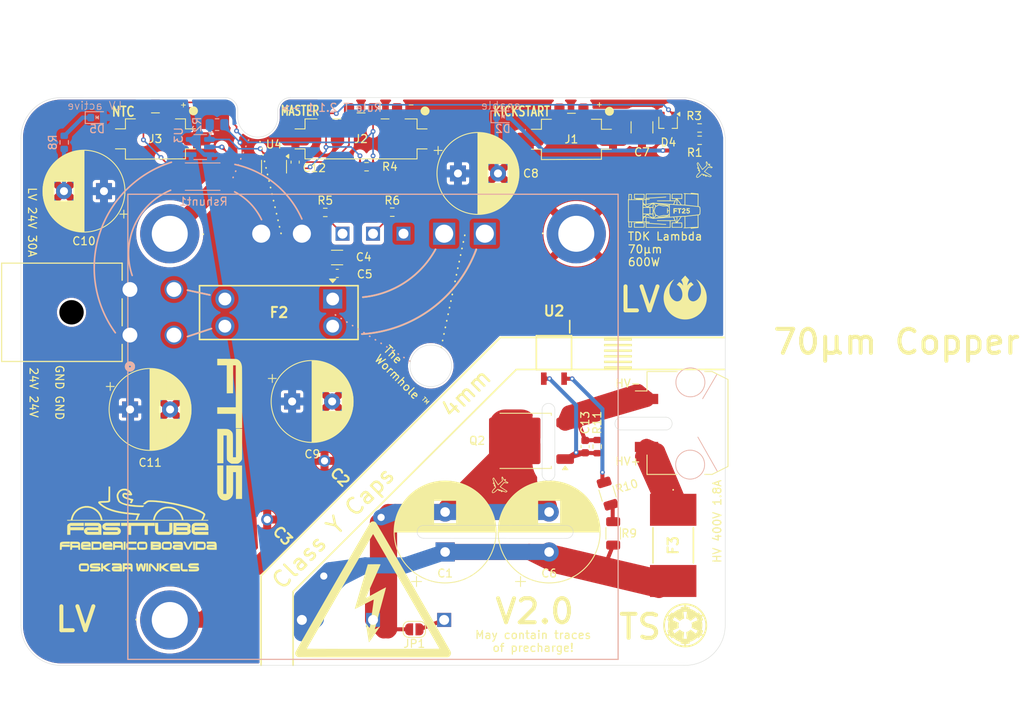
<source format=kicad_pcb>
(kicad_pcb
	(version 20241229)
	(generator "pcbnew")
	(generator_version "9.0")
	(general
		(thickness 1.67)
		(legacy_teardrops no)
	)
	(paper "A4")
	(layers
		(0 "F.Cu" mixed)
		(2 "B.Cu" mixed)
		(9 "F.Adhes" user "F.Adhesive")
		(11 "B.Adhes" user "B.Adhesive")
		(13 "F.Paste" user)
		(15 "B.Paste" user)
		(5 "F.SilkS" user "F.Silkscreen")
		(7 "B.SilkS" user "B.Silkscreen")
		(1 "F.Mask" user)
		(3 "B.Mask" user)
		(17 "Dwgs.User" user "User.Drawings")
		(19 "Cmts.User" user "User.Comments")
		(21 "Eco1.User" user "User.Eco1")
		(23 "Eco2.User" user "User.Eco2")
		(25 "Edge.Cuts" user)
		(27 "Margin" user)
		(31 "F.CrtYd" user "F.Courtyard")
		(29 "B.CrtYd" user "B.Courtyard")
		(35 "F.Fab" user)
		(33 "B.Fab" user)
		(39 "User.1" user)
		(41 "User.2" user)
		(43 "User.3" user)
		(45 "User.4" user)
		(47 "User.5" user)
		(49 "User.6" user)
		(51 "User.7" user)
		(53 "User.8" user)
		(55 "User.9" user)
	)
	(setup
		(stackup
			(layer "F.SilkS"
				(type "Top Silk Screen")
			)
			(layer "F.Paste"
				(type "Top Solder Paste")
			)
			(layer "F.Mask"
				(type "Top Solder Mask")
				(thickness 0.01)
			)
			(layer "F.Cu"
				(type "copper")
				(thickness 0.07)
			)
			(layer "dielectric 1"
				(type "core")
				(thickness 1.51)
				(material "FR4")
				(epsilon_r 4.5)
				(loss_tangent 0.02)
			)
			(layer "B.Cu"
				(type "copper")
				(thickness 0.07)
			)
			(layer "B.Mask"
				(type "Bottom Solder Mask")
				(thickness 0.01)
			)
			(layer "B.Paste"
				(type "Bottom Solder Paste")
			)
			(layer "B.SilkS"
				(type "Bottom Silk Screen")
			)
			(copper_finish "None")
			(dielectric_constraints no)
		)
		(pad_to_mask_clearance 0)
		(allow_soldermask_bridges_in_footprints no)
		(tenting front back)
		(pcbplotparams
			(layerselection 0x00000000_00000000_55555555_5755f5ff)
			(plot_on_all_layers_selection 0x00000000_00000000_00000000_00000000)
			(disableapertmacros no)
			(usegerberextensions no)
			(usegerberattributes yes)
			(usegerberadvancedattributes yes)
			(creategerberjobfile no)
			(dashed_line_dash_ratio 12.000000)
			(dashed_line_gap_ratio 3.000000)
			(svgprecision 4)
			(plotframeref no)
			(mode 1)
			(useauxorigin yes)
			(hpglpennumber 1)
			(hpglpenspeed 20)
			(hpglpendiameter 15.000000)
			(pdf_front_fp_property_popups yes)
			(pdf_back_fp_property_popups yes)
			(pdf_metadata yes)
			(pdf_single_document no)
			(dxfpolygonmode yes)
			(dxfimperialunits yes)
			(dxfusepcbnewfont yes)
			(psnegative no)
			(psa4output no)
			(plot_black_and_white yes)
			(plotinvisibletext no)
			(sketchpadsonfab no)
			(plotpadnumbers no)
			(hidednponfab no)
			(sketchdnponfab yes)
			(crossoutdnponfab yes)
			(subtractmaskfromsilk yes)
			(outputformat 1)
			(mirror no)
			(drillshape 0)
			(scaleselection 1)
			(outputdirectory "gerber/")
		)
	)
	(net 0 "")
	(net 1 "/-VIN")
	(net 2 "GND")
	(net 3 "Net-(D4-Pad3)")
	(net 4 "/+VIN")
	(net 5 "+3V3")
	(net 6 "/LV+")
	(net 7 "/3V_buttoncell")
	(net 8 "/TEMP_TSDCDC")
	(net 9 "/HV-in")
	(net 10 "/LV-")
	(net 11 "/LV_I_measure")
	(net 12 "/I_meas_weak")
	(net 13 "Net-(U1-+S)")
	(net 14 "Net-(D2-A)")
	(net 15 "Net-(D5-K)")
	(net 16 "/Vout+")
	(net 17 "Net-(R3-Pad2)")
	(net 18 "Net-(U1-TRM)")
	(net 19 "/HV+in")
	(net 20 "/Enable_G")
	(net 21 "/Enable_Opto")
	(net 22 "Net-(JP1-A)")
	(net 23 "Net-(R10-Pad2)")
	(footprint "Capacitor_SMD:C_1210_3225Metric" (layer "F.Cu") (at 177.6 64.721001 -90))
	(footprint "Resistor_SMD:R_0603_1608Metric" (layer "F.Cu") (at 184.8 64.8))
	(footprint "footprints:airplane" (layer "F.Cu") (at 159.72 109.58 135))
	(footprint "Capacitor_SMD:C_0603_1608Metric" (layer "F.Cu") (at 170.5 104.6475 90))
	(footprint "footprints:VY1471M29Y5UC63V0" (layer "F.Cu") (at 130.766058 113.762876 -45))
	(footprint "footprints:rebellion" (layer "F.Cu") (at 183 86))
	(footprint "FaSTTUBe_connectors:Micro_Mate-N-Lok_2p_vertical" (layer "F.Cu") (at 168.783 66.21))
	(footprint "Capacitor_THT:CP_Radial_D12.5mm_P5.00mm" (layer "F.Cu") (at 153 117.823959 90))
	(footprint "Capacitor_THT:CP_Radial_D10.0mm_P5.00mm" (layer "F.Cu") (at 110.367678 72.7 180))
	(footprint "footprints:9775031360R" (layer "F.Cu") (at 118.59 78.03 180))
	(footprint "Package_TO_SOT_SMD:TO-252-2" (layer "F.Cu") (at 162.96 103.9275 180))
	(footprint "LOGO"
		(layer "F.Cu")
		(uuid "36ea3436-548e-4414-bac1-a7348850c228")
		(at 180.33 75.14)
		(property "Reference" "G***"
			(at 0 0 0)
			(layer "F.SilkS")
			(hide yes)
			(uuid "f973503b-fa37-47d9-b20f-d30676bb0e6c")
			(effects
				(font
					(size 1.5 1.5)
					(thickness 0.3)
				)
			)
		)
		(property "Value" "LOGO"
			(at 0.75 0 0)
			(layer "F.SilkS")
			(hide yes)
			(uuid "6387be7f-2b16-465c-8f89-140f5aa812b4")
			(effects
				(font
					(size 1.5 1.5)
					(thickness 0.3)
				)
			)
		)
		(property "Datasheet" ""
			(at 0 0 0)
			(layer "F.Fab")
			(hide yes)
			(uuid "41393a24-4ba8-4af2-84c5-5556a5cd9241")
			(effects
				(font
					(size 1.27 1.27)
					(thickness 0.15)
				)
			)
		)
		(property "Description" ""
			(at 0 0 0)
			(layer "F.Fab")
			(hide yes)
			(uuid "47d9374d-4d87-4be0-875b-3451ee135b5f")
			(effects
				(font
					(size 1.27 1.27)
					(thickness 0.15)
				)
			)
		)
		(attr board_only exclude_from_pos_files exclude_from_bom)
		(fp_poly
			(pts
				(xy 2.210106 -0.240934) (xy 2.210106 -0.176067) (xy 2.115122 -0.176067) (xy 2.020138 -0.176067)
				(xy 2.020138 0.088034) (xy 2.020138 0.352134) (xy 1.948322 0.352134) (xy 1.876505 0.352134) (xy 1.876505 0.088034)
				(xy 1.876505 -0.176067) (xy 1.781521 -0.176067) (xy 1.686538 -0.176067) (xy 1.686538 -0.240935)
				(xy 1.686537 -0.305801) (xy 1.948322 -0.305801) (xy 2.210106 -0.305801)
			)
			(stroke
				(width 0)
				(type solid)
			)
			(fill yes)
			(layer "F.SilkS")
			(uuid "7df8e5e8-4ee8-444f-be4a-2fc6df64b466")
		)
		(fp_poly
			(pts
				(xy 1.644837 -0.238617) (xy 1.644837 -0.171435) (xy 1.49657 -0.171434) (xy 1.348303 -0.171434) (xy 1.348303 -0.10425)
				(xy 1.348303 -0.037067) (xy 1.484987 -0.037067) (xy 1.621671 -0.037067) (xy 1.621671 0.030116) (xy 1.621671 0.0973)
				(xy 1.484987 0.0973) (xy 1.348303 0.0973) (xy 1.348303 0.224717) (xy 1.348303 0.352134) (xy 1.27417 0.352134)
				(xy 1.200036 0.352134) (xy 1.200036 0.023167) (xy 1.200037 -0.305801) (xy 1.422437 -0.305801) (xy 1.644836 -0.305801)
			)
			(stroke
				(width 0)
				(type solid)
			)
			(fill yes)
			(layer "F.SilkS")
			(uuid "79488fa3-17fb-4e16-b5f3-2b64540a352f")
		)
		(fp_poly
			(pts
				(xy 2.532179 -0.312678) (xy 2.576155 -0.304473) (xy 2.614922 -0.2894) (xy 2.648 -0.267744) (xy 2.67491 -0.239793)
				(xy 2.695172 -0.205832) (xy 2.704208 -0.181813) (xy 2.708716 -0.159076) (xy 2.7108 -0.130942) (xy 2.71048 -0.100955)
				(xy 2.707773 -0.072656) (xy 2.703574 -0.052464) (xy 2.698715 -0.037255) (xy 2.692926 -0.02316) (xy 2.685517 -0.009402)
				(xy 2.675798 0.004797) (xy 2.663078 0.020215) (xy 2.646666 0.037632) (xy 2.625872 0.057823) (xy 2.600005 0.081568)
				(xy 2.568374 0.109644) (xy 2.53029 0.142829) (xy 2.529931 0.14314) (xy 2.430439 0.229351) (xy 2.575106 0.230575)
				(xy 2.719774 0.231799) (xy 2.719774 0.291967) (xy 2.719774 0.352134) (xy 2.490308 0.352134) (xy 2.260843 0.352134)
				(xy 2.262116 0.277056) (xy 2.263389 0.201979) (xy 2.356056 0.119177) (xy 2.402943 0.077122) (xy 2.443117 0.04073)
				(xy 2.476929 0.009665) (xy 2.504727 -0.016408) (xy 2.526863 -0.037827) (xy 2.543685 -0.054929) (xy 2.555544 -0.06805)
				(xy 2.562789 -0.077524) (xy 2.565176 -0.081851) (xy 2.5716 -0.10729) (xy 2.569746 -0.130812) (xy 2.56056 -0.15134)
				(xy 2.544994 -0.167801) (xy 2.523994 -0.179121) (xy 2.49851 -0.184225) (xy 2.475724 -0.18314) (xy 2.452963 -0.175273)
				(xy 2.433454 -0.159912) (xy 2.418912 -0.1387) (xy 2.413064 -0.123046) (xy 2.407173 -0.101018) (xy 2.367714 -0.103927)
				(xy 2.344598 -0.10571) (xy 2.320508 -0.107692) (xy 2.30031 -0.109471) (xy 2.298702 -0.109622) (xy 2.269145 -0.112408)
				(xy 2.272093 -0.14061) (xy 2.280459 -0.177948) (xy 2.296913 -0.213524) (xy 2.320278 -0.245457) (xy 2.349375 -0.271863)
				(xy 2.357833 -0.277654) (xy 2.388158 -0.29404) (xy 2.420755 -0.305158) (xy 2.458064 -0.31171) (xy 2.483473 -0.313727)
			)
			(stroke
				(width 0)
				(type solid)
			)
			(fill yes)
			(layer "F.SilkS")
			(uuid "c06ae400-d6b0-4739-b2a0-6d35249e5efc")
		)
		(fp_poly
			(pts
				(xy 3.243342 -0.245567) (xy 3.243342 -0.185334) (xy 3.111291 -0.185334) (xy 2.979241 -0.185333)
				(xy 2.979241 -0.135525) (xy 2.979241 -0.085718) (xy 3.035999 -0.085703) (xy 3.075658 -0.084189)
				(xy 3.108746 -0.079239) (xy 3.137528 -0.070212) (xy 3.16427 -0.05647) (xy 3.181956 -0.044466) (xy 3.203555 -0.026318)
				(xy 3.221029 -0.006004) (xy 3.236416 0.019128) (xy 3.246178 0.039116) (xy 3.254238 0.063529) (xy 3.259574 0.09369)
				(xy 3.261941 0.126422) (xy 3.261098 0.158544) (xy 3.257324 0.184609) (xy 3.244399 0.223685) (xy 3.224208 0.260227)
				(xy 3.198098 0.292412) (xy 3.167418 0.318418) (xy 3.150847 0.328502) (xy 3.111135 0.345164) (xy 3.066727 0.356095)
				(xy 3.020478 0.360938) (xy 2.975243 0.359334) (xy 2.945754 0.354196) (xy 2.903627 0.339619) (xy 2.867264 0.317857)
				(xy 2.836999 0.289211) (xy 2.813163 0.253981) (xy 2.79881 0.220868) (xy 2.79432 0.207035) (xy 2.791744 0.197519)
				(xy 2.791552 0.194601) (xy 2.796444 0.193609) (xy 2.808775 0.190877) (xy 2.826961 0.186759) (xy 2.849416 0.181613)
				(xy 2.863407 0.178384) (xy 2.887539 0.172819) (xy 2.908262 0.168078) (xy 2.924002 0.164518) (xy 2.933186 0.162495)
				(xy 2.934883 0.162167) (xy 2.937199 0.166065) (xy 2.941475 0.175947) (xy 2.943919 0.182163) (xy 2.957618 0.206359)
				(xy 2.976856 0.224378) (xy 2.999977 0.235881) (xy 3.025322 0.240528) (xy 3.051235 0.23798) (xy 3.076057 0.227898)
				(xy 3.095075 0.213134) (xy 3.111612 0.190456) (xy 3.120769 0.164235) (xy 3.12262 0.136431) (xy 3.117245 0.108995)
				(xy 3.10472 0.083886) (xy 3.089275 0.066498) (xy 3.070671 0.05315) (xy 3.049056 0.043822) (xy 3.022749 0.038071)
				(xy 2.990066 0.035457) (xy 2.969974 0.03519) (xy 2.940708 0.035905) (xy 2.915232 0.038169) (xy 2.889963 0.042519)
				(xy 2.861313 0.04949) (xy 2.845988 0.053732) (xy 2.835519 0.056704) (xy 2.838042 -0.086323) (xy 2.838768 -0.123978)
				(xy 2.83959 -0.160526) (xy 2.840463 -0.194417) (xy 2.841344 -0.224098) (xy 2.842188 -0.248021) (xy 2.842954 -0.264633)
				(xy 2.843135 -0.267576) (xy 2.845706 -0.305801) (xy 3.044525 -0.305801) (xy 3.243342 -0.305801)
			)
			(stroke
				(width 0)
				(type solid)
			)
			(fill yes)
			(layer "F.SilkS")
			(uuid "5a963cb9-9510-4127-9f96-127e7c222fca")
		)
		(fp_poly
			(pts
				(xy 3.38727 -2.232811) (xy 3.40086 -2.231479) (xy 3.422092 -2.229358) (xy 3.450178 -2.22653) (xy 3.484329 -2.223073)
				(xy 3.523759 -2.219069) (xy 3.567678 -2.214599) (xy 3.615297 -2.209743) (xy 3.66583 -2.204582) (xy 3.718489 -2.199197)
				(xy 3.772484 -2.193667) (xy 3.827029 -2.188075) (xy 3.881335 -2.182501) (xy 3.934614 -2.177024)
				(xy 3.986077 -2.171727) (xy 4.034939 -2.166689) (xy 4.080407 -2.161992) (xy 4.121698 -2.157716)
				(xy 4.158021 -2.153941) (xy 4.188587 -2.150748) (xy 4.200017 -2.149547) (xy 4.234253 -2.145885)
				(xy 4.265408 -2.142435) (xy 4.292316 -2.139335) (xy 4.31381 -2.136726) (xy 4.328722 -2.134745) (xy 4.335885 -2.133532)
				(xy 4.336334 -2.133359) (xy 4.336533 -2.128574) (xy 4.336655 -2.115023) (xy 4.336705 -2.093209)
				(xy 4.336684 -2.063633) (xy 4.336595 -2.026795) (xy 4.33644 -1.983198) (xy 4.336223 -1.933343) (xy 4.335944 -1.877731)
				(xy 4.335608 -1.816864) (xy 4.335216 -1.751243) (xy 4.33477 -1.681369) (xy 4.334273 -1.607743) (xy 4.333728 -1.530869)
				(xy 4.333136 -1.451244) (xy 4.332871 -1.416624) (xy 4.332241 -1.334602) (xy 4.331634 -1.254271)
				(xy 4.33105 -1.176204) (xy 4.330496 -1.10097) (xy 4.329976 -1.029142) (xy 4.329492 -0.961291) (xy 4.329052 -0.897987)
				(xy 4.328655 -0.839801) (xy 4.328308 -0.787305) (xy 4.328013 -0.741071) (xy 4.327776 -0.701668)
				(xy 4.327599 -0.669669) (xy 4.327487 -0.645643) (xy 4.327444 -0.630164) (xy 4.327444 -0.627586)
				(xy 4.327545 -0.55322) (xy 4.37377 -0.54809) (xy 4.419996 -0.542959) (xy 4.484971 -0.483626) (xy 4.505281 -0.464833)
				(xy 4.522986 -0.44798) (xy 4.537024 -0.434118) (xy 4.546333 -0.424295) (xy 4.54985 -0.419562) (xy 4.549855 -0.419489)
				(xy 4.550293 -0.414027) (xy 4.551582 -0.400285) (xy 4.55363 -0.379199) (xy 4.556344 -0.351708) (xy 4.55963 -0.31875)
				(xy 4.563396 -0.281261) (xy 4.567548 -0.240179) (xy 4.571355 -0.202709) (xy 4.592945 0.009267) (xy 4.571355 0.221242)
				(xy 4.566945 0.264663) (xy 4.562841 0.305296) (xy 4.559137 0.342206) (xy 4.555926 0.374453) (xy 4.553301 0.401102)
				(xy 4.551353 0.421213) (xy 4.550178 0.433849) (xy 4.549855 0.438022) (xy 4.546612 0.442512) (xy 4.537531 0.452137)
				(xy 4.523674 0.465847) (xy 4.506105 0.482593) (xy 4.485885 0.501324) (xy 4.484971 0.50216) (xy 4.419997 0.561493)
				(xy 4.373769 0.566623) (xy 4.327545 0.571753) (xy 4.327444 0.646119) (xy 4.327469 0.65926) (xy 4.327563 0.681097)
				(xy 4.327723 0.711058) (xy 4.327945 0.748571) (xy 4.328225 0.793067) (xy 4.328559 0.843974) (xy 4.328943 0.90072)
				(xy 4.329373 0.962734) (xy 4.329846 1.029446) (xy 4.330356 1.100286) (xy 4.330901 1.17468) (xy 4.331477 1.252059)
				(xy 4.332079 1.33185) (xy 4.332704 1.413485) (xy 4.332871 1.435157) (xy 4.333481 1.5158) (xy 4.334047 1.593906)
				(xy 4.334564 1.668978) (xy 4.335032 1.740512) (xy 4.335447 1.808006) (xy 4.335808 1.870958) (xy 4.336111 1.928869)
				(xy 4.336355 1.981237) (xy 4.336537 2.02756) (xy 4.336653 2.067337) (xy 4.336704 2.100067) (xy 4.336685 2.125248)
				(xy 4.336594 2.142379) (xy 4.336429 2.150958) (xy 4.336335 2.151893) (xy 4.331377 2.152884) (xy 4.318367 2.15468)
				(xy 4.298472 2.157138) (xy 4.272859 2.160123) (xy 4.242694 2.163495) (xy 4.209148 2.167117) (xy 4.200017 2.168082)
				(xy 4.172233 2.170992) (xy 4.138346 2.174521) (xy 4.099146 2.178586) (xy 4.055419 2.183108) (xy 4.007954 2.188005)
				(xy 3.957539 2.193199) (xy 3.904962 2.198607) (xy 3.851011 2.204148) (xy 3.796475 2.209742) (xy 3.742141 2.215309)
				(xy 3.688796 2.220768) (xy 3.63723 2.226037) (xy 3.588231 2.231037) (xy 3.542586 2.235687) (xy 3.501083 2.239906)
				(xy 3.464512 2.243614) (xy 3.433658 2.246729) (xy 3.409312 2.249172) (xy 3.39226 2.250859) (xy 3.383291 2.251715)
				(xy 3.382109 2.251806) (xy 3.380255 2.247528) (xy 3.378178 2.23608) (xy 3.376217 2.219545) (xy 3.37545 2.210835)
				(xy 3.3736 2.191763) (xy 3.371439 2.175942) (xy 3.369333 2.165869) (xy 3.368582 2.163999) (xy 3.368194 2.163123)
				(xy 3.367841 2.162336) (xy 3.367055 2.161657) (xy 3.365358 2.161104) (xy 3.362276 2.160697) (xy 3.357337 2.160453)
				(xy 3.350069 2.160392) (xy 3.339994 2.160532) (xy 3.32664 2.16089) (xy 3.309536 2.161487) (xy 3.288204 2.162341)
				(xy 3.26217 2.16347) (xy 3.230964 2.164892) (xy 3.19411 2.166627) (xy 3.151135 2.168692) (xy 3.101565 2.171107)
				(xy 3.044926 2.17389) (xy 2.980744 2.177059) (xy 2.908545 2.180634) (xy 2.827857 2.184632) (xy 2.773776 2.187311)
				(xy 2.723126 2.189773) (xy 2.675244 2.19201) (xy 2.630927 2.19399) (xy 2.590972 2.195683) (xy 2.556177 2.197057)
				(xy 2.52734 2.198081) (xy 2.505257 2.198724) (xy 2.490727 2.198954) (xy 2.484548 2.198738) (xy 2.484397 2.198675)
				(xy 2.482972 2.193086) (xy 2.4815 2.180449) (xy 2.480208 2.162975) (xy 2.479683 2.152716) (xy 2.477796 2.109587)
				(xy 2.502643 2.106603) (xy 2.520245 2.105084) (xy 2.542271 2.103995) (xy 2.563398 2.103579) (xy 2.599307 2.103539)
				(xy 2.599205 2.03983) (xy 2.599136 2.026958) (xy 2.59896 2.005475) (xy 2.598682 1.976034) (xy 2.598313 1.939289)
				(xy 2.597857 1.895895) (xy 2.597323 1.846507) (xy 2.596718 1.791777) (xy 2.596049 1.732363) (xy 2.595323 1.668916)
				(xy 2.594547 1.602089) (xy 2.593729 1.53254) (xy 2.592876 1.460921) (xy 2.592357 1.417804) (xy 2.591488 1.345622)
				(xy 2.590651 1.275356) (xy 2.589851 1.207638) (xy 2.589097 1.143098) (xy 2.588395 1.08237) (xy 2.587752 1.026085)
				(xy 2.587175 0.974875) (xy 2.586672 0.929372) (xy 2.58625 0.890208) (xy 2.585916 0.858015) (xy 2.585677 0.833425)
				(xy 2.585539 0.817069) (xy 2.585508 0.811266) (xy 2.585407 0.763045) (xy 2.477681 0.76615) (xy 2.420738 0.767807)
				(xy 2.372367 0.769264) (xy 2.331872 0.770562) (xy 2.298559 0.771745) (xy 2.271738 0.772854) (xy 2.250712 0.773931)
				(xy 2.234789 0.775018) (xy 2.223275 0.776158) (xy 2.215478 0.777392) (xy 2.210703 0.778764) (xy 2.208257 0.780313)
				(xy 2.207447 0.782084) (xy 2.207419 0.782564) (xy 2.204733 0.787317) (xy 2.196946 0.798996) (xy 2.184444 0.817061)
				(xy 2.167617 0.84097) (xy 2.146849 0.870183) (xy 2.122527 0.90416) (xy 2.09504 0.94236) (xy 2.064773 0.984242)
				(xy 2.032115 1.029266) (xy 1.99745 1.07689) (xy 1.961168 1.126575) (xy 1.960005 1.128165) (xy 1.923623 1.177986)
				(xy 1.888809 1.225823) (xy 1.855956 1.271128) (xy 1.825453 1.313354) (xy 1.797694 1.351955) (xy 1.773068 1.386383)
				(xy 1.751966 1.416092) (xy 1.734781 1.440534) (xy 1.721903 1.459162) (xy 1.713724 1.47143) (xy 1.710635 1.47679)
				(xy 1.710627 1.476824) (xy 1.708624 1.487304) (xy 2.003382 1.487304) (xy 2.298139 1.487304) (xy 2.298144 1.583446)
				(xy 2.298213 1.608384) (xy 2.298406 1.641116) (xy 2.29871 1.680174) (xy 2.299111 1.724089) (xy 2.299595 1.771389)
				(xy 2.300147 1.820606) (xy 2.300755 1.870268) (xy 2.301218 1.905463) (xy 2.304286 2.131339) (xy 1.647305 2.131339)
				(xy 0.990323 2.131339) (xy 0.993195 2.113964) (xy 0.993689 2.106417) (xy 0.994158 2.090423) (xy 0.994594 2.066805)
				(xy 0.99496 2.038672) (xy 1.08875 2.038672) (xy 1.647111 2.038672) (xy 2.205472 2.038672) (xy 2.205472 1.809321)
				(xy 2.205472 1.579971) (xy 1.656421 1.579199) (xy 1.585739 1.579096) (xy 1.517565 1.578991) (xy 1.452484 1.578885)
				(xy 1.391074 1.578779) (xy 1.333918 1.578675) (xy 1.281595 1.578571) (xy 1.234689 1.578472) (xy 1.193778 1.578378)
				(xy 1.159447 1.57829) (xy 1.132272 1.578209) (xy 1.112838 1.578137) (xy 1.101725 1.578074) (xy 1.099261 1.57804)
				(xy 1.097423 1.578408) (xy 1.095875 1.580202) (xy 1.094589 1.584173) (xy 1.093535 1.591074) (xy 1.092682 1.601656)
				(xy 1.091999 1.61667) (xy 1.091456 1.636869) (xy 1.091023 1.663004) (xy 1.090669 1.695827) (xy 1.090364 1.736087)
				(xy 1.090077 1.784539) (xy 1.089951 1.808163) (xy 1.08875 2.038672) (xy 0.99496 2.038672) (xy 0.99499 2.036382)
				(xy 0.995338 1.999975) (xy 0.995631 1.958404) (xy 0.995862 1.912492) (xy 0.996024 1.863057) (xy 0.996108 1.810921)
				(xy 0.996118 1.78963) (xy 0.996169 1.482671) (xy 1.242123 1.482671) (xy 1.291787 1.482595) (xy 1.337431 1.482378)
				(xy 1.378334 1.48203) (xy 1.413769 1.481564) (xy 1.443013 1.480992) (xy 1.465339 1.480327) (xy 1.480024 1.47958)
				(xy 1.486341 1.478764) (xy 1.486531 1.478558) (xy 1.484152 1.47334) (xy 1.478357 1.461039) (xy 1.469747 1.442919)
				(xy 1.458926 1.420247) (xy 1.446495 1.394288) (xy 1.441011 1.382862) (xy 1.397037 1.291279) (xy 1.283478 1.294298)
				(xy 1.249685 1.295057) (xy 1.208904 1.295746) (xy 1.163413 1.296342) (xy 1.11549 1.296818) (xy 1.067413 1.297151)
				(xy 1.021462 1.297314) (xy 1.006594 1.297327) (xy 0.843269 1.297337) (xy 0.843269 1.721288) (xy 0.843269 2.145239)
				(xy -0.708148 2.145239) (xy -2.259563 2.145239) (xy -2.262634 1.935978) (xy -2.263315 1.886185)
				(xy -2.263944 1.833688) (xy -2.264503 1.780411) (xy -2.264976 1.728276) (xy -2.265345 1.679207)
				(xy -2.265592 1.635127) (xy -2.265702 1.59796) (xy -2.265706 1.590794) (xy -2.265739 1.55167) (xy -2.265876 1.520834)
				(xy -2.266173 1.497306) (xy -2.266692 1.480108) (xy -2.26749 1.46826) (xy -2.268626 1.460783) (xy -2.270157 1.456697)
				(xy -2.272141 1.455025) (xy -2.273814 1.454766) (xy -2.280294 1.454537) (xy -2.294854 1.453935)
				(xy -2.316319 1.453013) (xy -2.343512 1.451821) (xy -2.37526 1.450411) (xy -2.410382 1.448834) (xy -2.43019 1.447939)
				(xy -2.468142 1.446262) (xy -2.504686 1.44473) (xy -2.538371 1.443397) (xy -2.567745 1.442318) (xy -2.591357 1.441547)
				(xy -2.607758 1.441142) (xy -2.612049 1.441093) (xy -2.64564 1.44097) (xy -2.64564 1.468771) (xy -2.645639 1.496571)
				(xy -2.525331 1.496571) (xy -2.405021 1.496571) (xy -2.403705 1.805846) (xy -2.403515 1.858546)
				(xy -2.403401 1.908502) (xy -2.40336 1.954946) (xy -2.40339 1.997109) (xy -2.403489 2.034222) (xy -2.403653 2.065515)
				(xy -2.403881 2.090221) (xy -2.404171 2.107569) (xy -2.404518 2.116791) (xy -2.404706 2.118106)
				(xy -2.409529 2.11848) (xy -2.423095 2.118886) (xy -2.44488 2.119321) (xy -2.474362 2.119778) (xy -2.511016 2.120253)
				(xy -2.554319 2.12074) (xy -2.603749 2.121235) (xy -2.658781 2.121732) (xy -2.718891 2.122227) (xy -2.783558 2.122715)
				(xy -2.852257 2.12319) (xy -2.924462 2.123648) (xy -2.999654 2.124083) (xy -3.0638 2.124423) (xy -3.720577 2.127757)
				(xy -3.720577 1.81448) (xy -3.720577 1.593871) (xy -3.62791 1.593871) (xy -3.62791 1.814711) (xy -3.62791 2.03555)
				(xy -3.411698 2.032478) (xy -3.369215 2.031948) (xy -3.31891 2.031448) (xy -3.262228 2.030984) (xy -3.200615 2.030565)
				(xy -3.135516 2.030198) (xy -3.068375 2.029891) (xy -3.000637 2.029653) (xy -2.933749 2.02949) (xy -2.869154 2.029412)
				(xy -2.846385 2.029405) (xy -2.497283 2.029405) (xy -2.498486 1.81048) (xy -2.49969 1.591554) (xy -2.537915 1.591676)
				(xy -2.547579 1.591701) (xy -2.565869 1.591743) (xy -2.592146 1.591801) (xy -2.62577 1.591872) (xy -2.666099 1.591957)
				(xy -2.712496 1.592053) (xy -2.764319 1.592159) (xy -2.820929 1.592274) (xy -2.881685 1.592396)
				(xy -2.945948 1.592525) (xy -3.013077 1.592659) (xy -3.082432 1.592796) (xy -3.102025 1.592834)
				(xy -3.62791 1.593871) (xy -3.720577 1.593871) (xy -3.720577 1.501204) (xy -3.654551 1.501183) (xy -3.624666 1.500936)
				(xy -3.592334 1.500279) (xy -3.561481 1.499312) (xy -3.536401 1.498158) (xy -3.484276 1.495155)
				(xy -3.484276 1.468063) (xy -3.484276 1.44097) (xy -3.740716 1.44097) (xy -3.997156 1.44097) (xy -4.000524 1.764101)
				(xy -4.001097 1.817922) (xy -4.001663 1.868962) (xy -4.002214 1.916476) (xy -4.002738 1.959718)
				(xy -4.003227 1.997942) (xy -4.00367 2.030405) (xy -4.004058 2.056359) (xy -4.004382 2.07506) (xy -4.004631 2.085762)
				(xy -4.004755 2.088096) (xy -4.009616 2.088576) (xy -4.02259 2.089168) (xy -4.042528 2.089847) (xy -4.068278 2.090589)
				(xy -4.098689 2.091373) (xy -4.132609 2.092176) (xy -4.168888 2.092974) (xy -4.206373 2.093745)
				(xy -4.243913 2.094466) (xy -4.28036 2.095114) (xy -4.314559 2.095667) (xy -4.34536 2.096101) (xy -4.371612 2.096393)
				(xy -4.392163 2.096521) (xy -4.405862 2.096463) (xy -4.411559 2.096194) (xy -4.41163 2.096166) (xy -4.412287 2.091243)
				(xy -4.412909 2.077802) (xy -4.413489 2.056593) (xy -4.414016 2.028365) (xy -4.414482 1.993867)
				(xy -4.414878 1.953848) (xy -4.415193 1.909058) (xy -4.415422 1.860246) (xy -4.415551 1.808161)
				(xy -4.415578 1.769665) (xy -4.415578 1.445919) (xy -4.322912 1.44592) (xy -4.322911 1.632667) (xy -4.32283 1.677998)
				(xy -4.322597 1.724363) (xy -4.322233 1.770035) (xy -4.321755 1.813286) (xy -4.321184 1.852391)
				(xy -4.320538 1.885623) (xy -4.319861 1.910511) (xy -4.31681 2.001605) (xy -4.27237 2.001588) (xy -4.250095 2.001348)
				(xy -4.222113 2.000707) (xy -4.191967 1.999762) (xy -4.163205 1.99861) (xy -4.162654 1.998585) (xy -4.09738 1.995599)
				(xy -4.094329 1.722449) (xy -4.093807 1.672987) (xy -4.093375 1.626306) (xy -4.093037 1.583227)
				(xy -4.092796 1.544568) (xy -4.092653 1.51115) (xy -4.092615 1.483793) (xy -4.092685 1.463316) (xy -4.092866 1.450539)
				(xy -4.09313 1.446294) (xy -4.09808 1.445515) (xy -4.111021 1.444917) (xy -4.130668 1.444519) (xy -4.155749 1.444338)
				(xy -4.184984 1.444394) (xy -4.208947 1.444604) (xy -4.322912 1.44592) (xy -4.415578 1.445919) (xy -4.415578 1.445604)
				(xy -4.44609 1.445604) (xy -4.476601 1.445603) (xy -4.472918 1.340195) (xy -4.472551 1.32484) (xy -4.472203 1.300703)
				(xy -4.471875 1.268271) (xy -4.471567 1.22803) (xy -4.471279 1.180464) (xy -4.47101 1.126058) (xy -4.470761 1.065302)
				(xy -4.470532 0.998677) (xy -4.470323 0.92667) (xy -4.470132 0.849767) (xy -4.469964 0.768454) (xy -4.469814 0.683216)
				(xy -4.469683 0.594538) (xy -4.469572 0.502907) (xy -4.469482 0.408808) (xy -4.469412 0.312726)
				(xy -4.469361 0.215146) (xy -4.469329 0.116557) (xy -4.469318 0.017441) (xy -4.469319 0.009267)
				(xy -4.376195 0.009267) (xy -4.376195 1.348304) (xy -3.921735 1.348303) (xy -3.84542 1.348265) (xy -3.763054 1.348156)
				(xy -3.676284 1.347978) (xy -3.586755 1.34774) (xy -3.496112 1.347448) (xy -3.4755 1.34737) (xy -2.566874 1.347369)
				(xy -2.510115 1.350271) (xy -2.485398 1.351507) (xy -2.454562 1.353009) (xy -2.420743 1.354622)
				(xy -2.387079 1.356201) (xy -2.369956 1.35699) (xy -2.342439 1.358262) (xy -2.317591 1.359435) (xy -2.297116 1.360426)
				(xy -2.28272 1.361153) (xy -2.27648 1.361507) (xy -2.266404 1.362204) (xy -2.268995 1.099261) (xy -2.269489 1.050816)
				(xy -2.269988 1.005216) (xy -2.270479 0.963292) (xy -2.270952 0.925869) (xy -2.271395 0.893779)
				(xy -2.271407 0.893007) (xy -2.176597 0.893007) (xy -2.176496 0.920555) (xy -2.176287 0.953996)
				(xy -2.175973 0.992488) (xy -2.175561 1.035186) (xy -2.175055 1.081248) (xy -2.174701 1.110891)
				(xy -2.17154 1.365972) (xy -2.129432 1.368977) (xy -2.067771 1.373609) (xy -2.010185 1.378392) (xy -1.957281 1.383255)
				(xy -1.909674 1.388125) (xy -1.867971 1.39293) (xy -1.832783 1.397595) (xy -1.80472 1.40205) (xy -1.784393 1.406223)
				(xy -1.772412 1.410037) (xy -1.769774 1.411753) (xy -1.769529 1.417538) (xy -1.771735 1.42998) (xy -1.775956 1.446925)
				(xy -1.778921 1.457187) (xy -1.785239 1.477077) (xy -1.790133 1.489488) (xy -1.794401 1.495928)
				(xy -1.798845 1.497914) (xy -1.800426 1.497857) (xy -1.808153 1.49683) (xy -1.823059 1.494741) (xy -1.843149 1.491874)
				(xy -1.866434 1.488511) (xy -1.871871 1.48772) (xy -1.897523 1.484335) (xy -1.929466 1.480654) (xy -1.964746 1.476986)
				(xy -2.000406 1.473642) (xy -2.027089 1.471419) (xy -2.057452 1.46905) (xy -2.086497 1.466764) (xy -2.112259 1.464717)
				(xy -2.132778 1.463064) (xy -2.146087 1.461962) (xy -2.146397 1.461935) (xy -2.173039 1.459646)
				(xy -2.173039 1.489692) (xy -2.172691 1.506113) (xy -2.171285 1.515262) (xy -2.168279 1.519122)
				(xy -2.164797 1.519737) (xy -2.158723 1.520031) (xy -2.144281 1.520874) (xy -2.12235 1.522213) (xy -2.093809 1.52399)
				(xy -2.059538 1.526152) (xy -2.020415 1.528643) (xy -1.977319 1.531407) (xy -1.93113 1.534389) (xy -1.906488 1.535988)
				(xy -1.854929 1.539338) (xy -1.80268 1.542728) (xy -1.751135 1.546071) (xy -1.701688 1.549275) (xy -1.655732 1.55225)
				(xy -1.614661 1.554907) (xy -1.579869 1.557154) (xy -1.552749 1.558901) (xy -1.549854 1.559087)
				(xy -1.519396 1.561047) (xy -1.481663 1.56348) (xy -1.438624 1.566258) (xy -1.392251 1.569254) (xy -1.344516 1.57234)
				(xy -1.297389 1.575391) (xy -1.264903 1.577495) (xy -1.217015 1.580596) (xy -1.16498 1.583963) (xy -1.111213 1.587439)
				(xy -1.058137 1.590868) (xy -1.008165 1.594093) (xy -0.963719 1.596959) (xy -0.942887 1.598301)
				(xy -0.897305 1.601236) (xy -0.845716 1.60456) (xy -0.791355 1.608063) (xy -0.737462 1.611537) (xy -0.687275 1.614773)
				(xy -0.655619 1.616816) (xy -0.610848 1.619703) (xy -0.559926 1.622982) (xy -0.505948 1.626455)
				(xy -0.452011 1.629924) (xy -0.401211 1.633186) (xy -0.363718 1.635592) (xy -0.328419 1.637861)
				(xy -0.285555 1.640625) (xy -0.236806 1.643776) (xy -0.183852 1.647202) (xy -0.128376 1.650799)
				(xy -0.072057 1.654455) (xy -0.016577 1.658062) (xy 0.031407 1.661186) (xy 0.078504 1.664246) (xy 0.122931 1.667115)
				(xy 0.163807 1.669738) (xy 0.200251 1.672059) (xy 0.231381 1.674022) (xy 0.256316 1.675572) (xy 0.274174 1.676652)
				(xy 0.284073 1.677206) (xy 0.285714 1.677271) (xy 0.289145 1.678355) (xy 0.291125 1.682707) (xy 0.291847 1.691981)
				(xy 0.291504 1.70783) (xy 0.290854 1.721421) (xy 0.289553 1.740799) (xy 0.287959 1.756543) (xy 0.286321 1.766454)
				(xy 0.285478 1.768637) (xy 0.280651 1.768608) (xy 0.266958 1.768) (xy 0.24478 1.766836) (xy 0.214499 1.765141)
				(xy 0.176497 1.762937) (xy 0.131153 1.76025) (xy 0.078851 1.757101) (xy 0.019972 1.753516) (xy -0.045106 1.749517)
				(xy -0.115998 1.745128) (xy -0.192324 1.740372) (xy -0.273703 1.735274) (xy -0.359753 1.729857)
				(xy -0.450093 1.724144) (xy -0.544342 1.718159) (xy -0.642118 1.711925) (xy -0.743041 1.705468)
				(xy -0.846728 1.698808) (xy -0.944155 1.692531) (xy -1.050013 1.6857) (xy -1.153439 1.679031) (xy -1.254052 1.67255)
				(xy -1.351472 1.666279) (xy -1.445319 1.660243) (xy -1.535212 1.654466) (xy -1.620772 1.648974)
				(xy -1.701618 1.643789) (xy -1.77737 1.638936) (xy -1.847648 1.634441) (xy -1.912071 1.630326) (xy -1.97026 1.626617)
				(xy -2.021834 1.623337) (xy -2.066412 1.620512) (xy -2.103615 1.618164) (xy -2.133063 1.61632) (xy -2.154375 1.615002)
				(xy -2.167171 1.614236) (xy -2.171095 1.614039) (xy -2.171128 1.618662) (xy -2.171074 1.631645)
				(xy -2.170943 1.652082) (xy -2.170742 1.679067) (xy -2.170476 1.711694) (xy -2.170155 1.749057)
				(xy -2.169782 1.790249) (xy -2.169374 1.833647) (xy -2.167282 2.052572) (xy -0.707684 2.052572)
				(xy 0.751913 2.052572) (xy 0.748501 1.676113) (xy 0.747965 1.617934) (xy 0.747438 1.562492) (xy 0.746927 1.510476)
				(xy 0.746439 1.462575) (xy 0.745982 1.419482) (xy 0.745565 1.381879) (xy 0.745193 1.350461) (xy 0.744876 1.325917)
				(xy 0.74462 1.308934) (xy 0.744433 1.300203) (xy 0.74437 1.299146) (xy 0.739738 1.29906) (xy 0.726314 1.298912)
				(xy 0.704572 1.298707) (xy 0.674985 1.29845) (xy 0.63803 1.298141) (xy 0.594179 1.297786) (xy 0.543907 1.297389)
				(xy 0.487688 1.296953) (xy 0.425996 1.296482) (xy 0.359306 1.295979) (xy 0.288092 1.295448) (xy 0.212828 1.294894)
				(xy 0.133988 1.294318) (xy 0.052047 1.293726) (xy -0.032522 1.293121) (xy -0.050967 1.292989) (xy -0.136082 1.292366)
				(xy -0.218697 1.291727) (xy -0.298338 1.291076) (xy -0.374525 1.29042) (xy -0.446785 1.289762) (xy -0.51464 1.289109)
				(xy -0.577615 1.288467) (xy -0.635234 1.287838) (xy -0.687017 1.287229) (xy -0.732492 1.286647)
				(xy -0.771182 1.286094) (xy -0.80261 1.285578) (xy -0.8263 1.285103) (xy -0.841774 1.284674) (xy -0.848559 1.284296)
				(xy -0.848834 1.284224) (xy -0.849966 1.278521) (xy -0.850313 1.265798) (xy -0.849853 1.248265)
				(xy -0.849272 1.23771) (xy -0.84646 1.194313) (xy -0.241371 1.198332) (xy -0.165921 1.198806) (xy -0.087571 1.199245)
				(xy -0.006827 1.199647) (xy 0.075804 1.200015) (xy 0.159817 1.200345) (xy 0.244705 1.200641) (xy 0.329962 1.2009)
				(xy 0.415083 1.201123) (xy 0.49956 1.201308) (xy 0.582888 1.201456) (xy 0.664561 1.201569) (xy 0.744073 1.201645)
				(xy 0.820918 1.20168) (xy 0.894589 1.201678) (xy 0.964581 1.20164) (xy 1.030387 1.201562) (xy 1.091501 1.201446)
				(xy 1.147417 1.20129) (xy 1.19763 1.201096) (xy 1.241632 1.200862) (xy 1.278919 1.200589) (xy 1.308983 1.200276)
				(xy 1.331319 1.199923) (xy 1.34542 1.19953) (xy 1.35078 1.199096) (xy 1.350806 1.199078) (xy 1.349214 1.19475)
				(xy 1.344123 1.183101) (xy 1.336024 1.165174) (xy 1.325408 1.142014) (xy 1.312764 1.114663) (xy 1.298583 1.084164)
				(xy 1.283355 1.051563) (xy 1.26757 1.0179) (xy 1.251718 0.984222) (xy 1.23629 0.951571) (xy 1.221776 0.920988)
				(xy 1.208665 0.893521) (xy 1.197449 0.87021) (xy 1.188618 0.852101) (xy 1.18266 0.840235) (xy 1.180095 0.835685)
				(xy 1.175226 0.835695) (xy 1.161554 0.836353) (xy 1.139522 0.83763) (xy 1.10957 0.839495) (xy 1.07214 0.84192)
				(xy 1.027672 0.844876) (xy 0.976607 0.848331) (xy 0.919386 0.852257) (xy 0.85645 0.856627) (xy 0.788239 0.861409)
				(xy 0.715194 0.866573) (xy 0.685735 0.868667) (xy 0.663095 0.870269) (xy 0.632355 0.872428) (xy 0.594658 0.875065)
				(xy 0.551149 0.8781) (xy 0.502971 0.881454) (xy 0.451269 0.885047) (xy 0.397186 0.888799) (xy 0.341867 0.89263)
				(xy 0.286456 0.896461) (xy 0.284951 0.896566) (xy 0.176937 0.90403) (xy 0.077696 0.910891) (xy -0.013246 0.917182)
				(xy -0.09636 0.922935) (xy -0.172119 0.928184) (xy -0.240997 0.932962) (xy -0.303464 0.9373) (xy -0.359995 0.941234)
				(xy -0.411061 0.944794) (xy -0.457135 0.948013) (xy -0.49869 0.950924) (xy -0.536198 0.953561) (xy -0.549051 0.954467)
				(xy -0.578891 0.956562) (xy -0.616558 0.95919) (xy -0.660642 0.962254) (xy -0.709728 0.965655) (xy -0.7624 0.969296)
				(xy -0.817245 0.973079) (xy -0.872847 0.976906) (xy -0.927792 0.980679) (xy -0.949836 0.98219) (xy -1.01286 0.986511)
				(xy -1.067275 0.990257) (xy -1.113708 0.993486) (xy -1.152795 0.996259) (xy -1.185167 0.998635)
				(xy -1.211458 1.000672) (xy -1.232301 1.002429) (xy -1.248327 1.003966) (xy -1.26017 1.005342) (xy -1.268462 1.006617)
				(xy -1.273837 1.007848) (xy -1.276926 1.009095) (xy -1.278363 1.010417) (xy -1.27878 1.011874) (xy -1.278804 1.012926)
				(xy -1.282603 1.018344) (xy -1.286912 1.019325) (xy -1.292531 1.018476) (xy -1.306619 1.016012)
				(xy -1.328539 1.012051) (xy -1.357656 1.006711) (xy -1.393335 1.000111) (xy -1.434941 0.992369)
				(xy -1.481838 0.983603) (xy -1.533392 0.973932) (xy -1.588967 0.963474) (xy -1.647926 0.952347)
				(xy -1.709637 0.94067) (xy -1.734781 0.935903) (xy -1.797241 0.924076) (xy -1.857088 0.912784) (xy -1.913699 0.902139)
				(xy -1.953465 0.894691) (xy -1.182718 0.894691) (xy -1.181463 0.896526) (xy -1.178384 0.896375)
				(xy -1.172445 0.895435) (xy -1.157826 0.893191) (xy -1.135011 0.889716) (xy -1.104486 0.885085)
				(xy -1.066734 0.879368) (xy -1.022239 0.87264) (xy -0.971486 0.864975) (xy -0.914959 0.856444) (xy -0.853143 0.847121)
				(xy -0.786521 0.837079) (xy -0.736248 0.829506) (xy 1.283437 0.829506) (xy 1.285371 0.83409) (xy 1.290948 0.846313)
				(xy 1.299823 0.865444) (xy 1.311656 0.890755) (xy 1.326103 0.921518) (xy 1.342822 0.957002) (xy 1.361471 0.99648)
				(xy 1.381708 1.039222) (xy 1.403189 1.0845) (xy 1.404312 1.086863) (xy 1.426648 1.133895) (xy 1.448401 1.179705)
				(xy 1.46914 1.223387) (xy 1.488433 1.264033) (xy 1.50585 1.300734) (xy 1.52096 1.332582) (xy 1.53333 1.358667)
				(xy 1.542531 1.378082) (xy 1.547623 1.388845) (xy 1.556963 1.407744) (xy 1.565324 1.423077) (xy 1.571732 1.433155)
				(xy 1.575015 1.436337) (xy 1.580188 1.435472) (xy 1.580479 1.435179) (xy 1.580745 1.430338) (xy 1.581201 1.417174)
				(xy 1.581825 1.396605) (xy 1.582595 1.369556) (xy 1.58344 1.338627) (xy 1.677952 1.338627) (xy 1.678207 1.349718)
				(xy 1.678783 1.352937) (xy 1.681828 1.348916) (xy 1.689917 1.337994) (xy 1.702623 1.320751) (xy 1.719521 1.297767)
				(xy 1.740185 1.269622) (xy 1.764191 1.236896) (xy 1.791111 1.200169) (xy 1.820521 1.160021) (xy 1.851995 1.117032)
				(xy 1.885108 1.071782) (xy 1.889579 1.065669) (xy 1.9228 1.020219) (xy 1.954356 0.976973) (xy 1.983829 0.936509)
				(xy 2.010802 0.899402) (xy 2.034857 0.866229) (xy 2.055579 0.837567) (xy 2.072549 0.813991) (xy 2.085351 0.796077)
				(xy 2.093565 0.784403) (xy 2.096777 0.779544) (xy 2.096803 0.77944) (xy 2.092053 0.779288) (xy 2.079195 0.779455)
				(xy 2.059383 0.779902) (xy 2.033769 0.780591) (xy 2.003504 0.78148) (xy 1.969743 0.782532) (xy 1.933637 0.783705)
				(xy 1.896338 0.784961) (xy 1.859 0.786261) (xy 1.822775 0.787565) (xy 1.788815 0.788832) (xy 1.758272 0.790024)
				(xy 1.7323 0.791103) (xy 1.712051 0.792025) (xy 1.698677 0.792754) (xy 1.693331 0.79325) (xy 1.693288 0.793274)
				(xy 1.692863 0.798069) (xy 1.692256 0.811168) (xy 1.691498 0.83161) (xy 1.690619 0.858433) (xy 1.68965 0.890677)
				(xy 1.688622 0.92738) (xy 1.687565 0.967583) (xy 1.686964 0.991606) (xy 1.685818 1.037429) (xy 1.684622 1.083742)
				(xy 1.683421 1.128973) (xy 1.682258 1.171551) (xy 1.681174 1.209907) (xy 1.680215 1.242468) (xy 1.67942 1.267665)
				(xy 1.679281 1.271853) (xy 1.678498 1.298287) (xy 1.678052 1.321014) (xy 1.677952 1.338627) (xy 1.58344 1.338627)
				(xy 1.583486 1.336946) (xy 1.584477 1.299698) (xy 1.585544 1.258732) (xy 1.586665 1.214971) (xy 1.587817 1.169336)
				(xy 1.588978 1.122747) (xy 1.590124 1.076128) (xy 1.591233 1.030398) (xy 1.592282 0.98648) (xy 1.593248 0.945295)
				(xy 1.594108 0.907765) (xy 1.594839 0.874811) (xy 1.59542 0.847353) (xy 1.595825 0.826315) (xy 1.596035 0.812617)
				(xy 1.596025 0.807181) (xy 1.596013 0.807129) (xy 1.591202 0.806917) (xy 1.578503 0.807354) (xy 1.559214 0.808346)
				(xy 1.534635 0.809802) (xy 1.506062 0.811628) (xy 1.474798 0.813732) (xy 1.442139 0.816019) (xy 1.409386 0.818398)
				(xy 1.377836 0.820775) (xy 1.348789 0.823057) (xy 1.323544 0.825151) (xy 1.303399 0.826965) (xy 1.289654 0.828405)
				(xy 1.283607 0.829379) (xy 1.283437 0.829506) (xy -0.736248 0.829506) (xy -0.715578 0.826391) (xy -0.714841 0.82628)
				(xy -0.081856 0.82628) (xy -0.08122 0.829034) (xy -0.078767 0.829369) (xy -0.074953 0.827674) (xy -0.075678 0.82628)
				(xy -0.081177 0.825725) (xy -0.081856 0.82628) (xy -0.714841 0.82628) (xy -0.698092 0.823757) (xy -0.055333 0.823758)
				(xy -0.054628 0.823962) (xy -0.053461 0.824142) (xy -0.053284 0.824173) (xy -0.048025 0.823996)
				(xy -0.034245 0.823225) (xy -0.012669 0.821909) (xy 0.01598 0.820095) (xy 0.050977 0.817829) (xy 0.0916 0.81516)
				(xy 0.137123 0.812133) (xy 0.186823 0.808798) (xy 0.239976 0.8052) (xy 0.295858 0.801388) (xy 0.301167 0.801024)
				(xy 0.35717 0.797173) (xy 0.410437 0.793485) (xy 0.460255 0.790012) (xy 0.505907 0.786803) (xy 0.546678 0.783911)
				(xy 0.581854 0.781386) (xy 0.610719 0.779279) (xy 0.632557 0.777641) (xy 0.646656 0.776524) (xy 0.652295 0.775979)
				(xy 0.652368 0.775957) (xy 0.652881 0.771144) (xy 0.652861 0.75965) (xy 0.652367 0.745275) (xy 0.650985 0.715685)
				(xy 0.308117 0.767524) (xy 0.241453 0.777602) (xy 0.18337 0.786385) (xy 0.13329 0.793962) (xy 0.090632 0.800424)
				(xy 0.054816 0.805864) (xy 0.025264 0.81037) (xy 0.001391 0.814035) (xy -0.017378 0.816949) (xy -0.031626 0.819203)
				(xy -0.041931 0.820888) (xy -0.048874 0.822095) (xy -0.053036 0.822915) (xy -0.054995 0.823439)
				(xy -0.055333 0.823758) (xy -0.698092 0.823757) (xy -0.640798 0.815131) (xy -0.562666 0.803369)
				(xy -0.481666 0.791184) (xy -0.398281 0.778643) (xy -0.396152 0.778323) (xy -0.312822 0.765789)
				(xy -0.231929 0.753612) (xy -0.153952 0.741866) (xy -0.07937 0.730622) (xy -0.008663 0.719953) (xy 0.057691 0.709931)
				(xy 0.119212 0.70063) (xy 0.175421 0.692122) (xy 0.225839 0.684478) (xy 0.269988 0.677773) (xy 0.307385 0.672078)
				(xy 0.337554 0.667466) (xy 0.360016 0.664009) (xy 0.37429 0.66178) (xy 0.379898 0.660851) (xy 0.379933 0.660843)
				(xy 0.379681 0.659793) (xy 0.371923 0.658943) (xy 0.361401 0.658553) (xy 0.351224 0.658321) (xy 0.332934 0.657854)
				(xy 0.307679 0.657181) (xy 0.276607 0.656335) (xy 0.24087 0.655346) (xy 0.201615 0.654247) (xy 0.159991 0.653069)
				(xy 0.14595 0.652668) (xy -0.035966 0.647471) (xy 0.463161 0.647471) (xy 0.464457 0.648002) (xy 0.468971 0.6478)
				(xy 0.477786 0.646748) (xy 0.491989 0.644728) (xy 0.51266 0.641622) (xy 0.540888 0.637315) (xy 0.557558 0.634768)
				(xy 0.585496 0.63052) (xy 0.610203 0.626796) (xy 0.630254 0.623808) (xy 0.644228 0.621767) (xy 0.650701 0.620886)
				(xy 0.65095 0.620868) (xy 0.651895 0.616547) (xy 0.652659 0.604829) (xy 0.653155 0.587586) (xy 0.653302 0.569902)
				(xy 0.653116 0.549421) (xy 0.652612 0.532869) (xy 0.651873 0.522117) (xy 0.651112 0.518935) (xy 0.646895 0.521416)
				(xy 0.636334 0.528274) (xy 0.620721 0.538634) (xy 0.601344 0.551622) (xy 0.579495 0.566359) (xy 0.556463 0.58197)
				(xy 0.533539 0.59758) (xy 0.512012 0.612312) (xy 0.493174 0.625292) (xy 0.478313 0.635642) (xy 0.468721 0.642488)
				(xy 0.465883 0.644679) (xy 0.463998 0.646325) (xy 0.463161 0.647471) (xy -0.035966 0.647471) (xy -0.044017 0.647241)
				(xy -0.342868 0.713284) (xy -0.641718 0.779327) (xy -0.79171 0.701927) (xy -0.941701 0.624528) (xy -0.952061 0.63544)
				(xy -0.958763 0.642655) (xy -0.970295 0.655237) (xy -0.985283 0.671674) (xy -1.002345 0.690454)
				(xy -1.010663 0.699635) (xy -1.029669 0.720613) (xy -1.052872 0.746197) (xy -1.078235 0.774147)
				(xy -1.10372 0.802214) (xy -1.125194 0.825849) (xy -1.147108 0.850096) (xy -1.163247 0.868347) (xy -1.174181 0.881358)
				(xy -1.180482 0.889888) (xy -1.182718 0.894691) (xy -1.953465 0.894691) (xy -1.966451 0.892259)
				(xy -2.014719 0.883261) (xy -2.057883 0.875255) (xy -2.095319 0.868362) (xy -2.126404 0.862694)
				(xy -2.150514 0.858368) (xy -2.167027 0.855498) (xy -2.175319 0.854201) (xy -2.1762 0.854152) (xy -2.176454 0.858961)
				(xy -2.176585 0.872194) (xy -2.176597 0.893007) (xy -2.271407 0.893007) (xy -2.271795 0.867849)
				(xy -2.272146 0.848908) (xy -2.272431 0.837785) (xy -2.272596 0.835072) (xy -2.277392 0.833628)
				(xy -2.289081 0.831061) (xy -2.305417 0.827789) (xy -2.324157 0.82423) (xy -2.343055 0.820802) (xy -2.359866 0.817926)
				(xy -2.372344 0.816017) (xy -2.377783 0.815469) (xy -2.382814 0.819107) (xy -2.392881 0.829655)
				(xy -2.407524 0.846565) (xy -2.426279 0.869288) (xy -2.448687 0.897275) (xy -2.474284 0.929976)
				(xy -2.476209 0.932461) (xy -2.566789 1.049453) (xy -2.566831 1.198412) (xy -2.566874 1.347369)
				(xy -3.4755 1.34737) (xy -3.406 1.347107) (xy -3.318066 1.346724) (xy -3.233955 1.346302) (xy -3.155312 1.345851)
				(xy -3.083782 1.345375) (xy -3.063408 1.345223) (xy -2.65954 1.342143) (xy -2.65954 1.193095) (xy -2.659611 1.156856)
				(xy -2.659812 1.123653) (xy -2.660124 1.094605) (xy -2.660532 1.070826) (xy -2.661017 1.053434)
				(xy -2.661562 1.043545) (xy -2.661898 1.041688) (xy -2.662145 1.036887) (xy -2.662378 1.023326)
				(xy -2.662596 1.001515) (xy -2.662801 0.97196) (xy -2.662992 0.935172) (xy -2.663169 0.891656) (xy -2.663333 0.841922)
				(xy -2.663387 0.821797) (xy -2.566931 0.821797) (xy -2.566874 0.839408) (xy -2.566709 0.860783)
				(xy -2.566259 0.878075) (xy -2.565592 0.889598) (xy -2.564775 0.893659) (xy -2.564714 0.89362) (xy -2.561236 0.889331)
				(xy -2.553244 0.879122) (xy -2.541861 0.864434) (xy -2.528206 0.846706) (xy -2.52539 0.843039) (xy -2.488226 0.794619)
				(xy -2.517125 0.789043) (xy -2.537582 0.785026) (xy -2.55152 0.783122) (xy -2.560182 0.78459) (xy -2.56481 0.790688)
				(xy -2.566646 0.80267) (xy -2.566931 0.821797) (xy -2.663387 0.821797) (xy -2.663482 0.786477) (xy -2.663609 0.729562)
				(xy -2.298883 0.729562) (xy -2.297915 0.732277) (xy -2.293989 0.733811) (xy -2.293506 0.733928)
				(xy -2.287109 0.735232) (xy -2.272369 0.738108) (xy -2.250048 0.742409) (xy -2.220911 0.747991)
				(xy -2.185719 0.754708) (xy -2.145236 0.762415) (xy -2.100225 0.770966) (xy -2.051449 0.780215)
				(xy -1.999671 0.790016) (xy -1.962222 0.797097) (xy -1.907812 0.807388) (xy -1.855122 0.817375)
				(xy -1.805011 0.826891) (xy -1.75834 0.835776) (xy -1.715968 0.843863) (xy -1.678754 0.850987) (xy -1.647558 0.856987)
				(xy -1.623239 0.861696) (xy -1.606655 0.864951) (xy -1.60082 0.866128) (xy -1.578228 0.87078) (xy -1.563695 0.873557)
				(xy -1.556196 0.874421) (xy -1.55471 0.873335) (xy -1.558213 0.87026) (xy -1.565681 0.865158) (xy -1.566154 0.86484)
				(xy -1.572816 0.860528) (xy -1.586621 0.851735) (xy -1.606862 0.838906) (xy -1.632833 0.822486)
				(xy -1.663829 0.802921) (xy -1.699143 0.780656) (xy -1.73807 0.756138) (xy -1.779903 0.729811) (xy -1.823937 0.702122)
				(xy -1.838454 0.692997) (xy -2.094621 0.532016) (xy -2.152576 0.586868) (xy -2.176489 0.609499)
				(xy -2.202621 0.634227) (xy -2.228311 0.658535) (xy -2.250897 0.679904) (xy -2.25781 0.686443) (xy -2.276358 0.704107)
				(xy -2.288874 0.7165) (xy -2.296125 0.724644) (xy -2.298883 0.729562) (xy -2.663609 0.729562) (xy -2.663617 0.72583)
				(xy -2.663693 0.68487) (xy -2.571673 0.68487) (xy -2.540314 0.690127) (xy -2.519302 0.69366) (xy -2.49457 0.697834)
				(xy -2.47189 0.701674) (xy -2.453075 0.704574) (xy -2.436731 0.706572) (xy -2.425863 0.707313) (xy -2.424555 0.707275)
				(xy -2.418158 0.703798) (xy -2.405527 0.693951) (xy -2.386929 0.677972) (xy -2.36263 0.656097) (xy -2.332897 0.62856)
				(xy -2.297994 0.595599) (xy -2.29112 0.589048) (xy -2.263177 0.562299) (xy -2.237544 0.537598) (xy -2.214949 0.515664)
				(xy -2.208715 0.509553) (xy -1.950607 0.509553) (xy -1.9468 0.512291) (xy -1.935888 0.519472) (xy -1.918621 0.530621)
				(xy -1.89575 0.545269) (xy -1.868026 0.56294) (xy -1.8362 0.583162) (xy -1.801021 0.605462) (xy -1.763241 0.629367)
				(xy -1.723609 0.654404) (xy -1.682877 0.6801) (xy -1.641795 0.705983) (xy -1.601114 0.731579) (xy -1.561583 0.756416)
				(xy -1.523955 0.780021) (xy -1.488978 0.801921) (xy -1.457405 0.821641) (xy -1.429984 0.838711)
				(xy -1.407468 0.852657) (xy -1.390606 0.863005) (xy -1.380149 0.869285) (xy -1.376851 0.871069)
				(xy -1.376472 0.866591) (xy -1.376257 0.853775) (xy -1.376205 0.833549) (xy -1.376307 0.806839)
				(xy -1.376558 0.774573) (xy -1.376955 0.737678) (xy -1.377492 0.697081) (xy -1.377998 0.663817)
				(xy -1.378705 0.620969) (xy -1.379398 0.581082) (xy -1.38006 0.545089) (xy -1.380671 0.51392) (xy -1.381212 0.488508)
				(xy -1.381664 0.469782) (xy -1.382011 0.458676) (xy -1.382191 0.455901) (xy -1.386851 0.456086)
				(xy -1.398951 0.457069) (xy -1.416719 0.458694) (xy -1.438379 0.460807) (xy -1.44097 0.461066) (xy -1.457491 0.462673)
				(xy -1.48203 0.464986) (xy -1.513376 0.467892) (xy -1.550318 0.471282) (xy -1.591642 0.475044) (xy -1.636139 0.479068)
				(xy -1.682595 0.483242) (xy -1.724763 0.487008) (xy -1.769444 0.491035) (xy -1.811188 0.49489) (xy -1.849114 0.498486)
				(xy -1.882336 0.501734) (xy -1.909972 0.504545) (xy -1.93114 0.506833) (xy -1.944954 0.508509) (xy -1.950533 0.509483)
				(xy -1.950607 0.509553) (xy -2.208715 0.509553) (xy -2.196125 0.497211) (xy -2.1818 0.482955) (xy -2.172706 0.473613)
				(xy -2.169573 0.469902) (xy -2.169584 0.469879) (xy -2.174411 0.469525) (xy -2.187548 0.469178)
				(xy -2.208039 0.468848) (xy -2.234926 0.468543) (xy -2.26725 0.468275) (xy -2.304057 0.468053) (xy -2.344389 0.467886)
				(xy -2.370201 0.467817) (xy -2.56919 0.467385) (xy -2.570431 0.576127) (xy -2.571673 0.68487) (xy -2.663693 0.68487)
				(xy -2.663738 0.660488) (xy -2.663846 0.59096) (xy -2.66394 0.517753) (xy -2.66402 0.441375) (xy -2.664086 0.362335)
				(xy -2.664138 0.28114) (xy -2.664175 0.198299) (xy -2.6642 0.114319) (xy -2.66421 0.029708) (xy -2.664207 -0.055024)
				(xy -2.664189 -0.139372) (xy -2.664158 -0.222825) (xy -2.664113 -0.304878) (xy -2.664079 -0.350676)
				(xy -2.571507 -0.350675) (xy -2.571507 0.009953) (xy -2.571507 0.370583) (xy -2.336365 0.371827)
				(xy -2.283394 0.372113) (xy -2.227372 0.372428) (xy -2.170154 0.372758) (xy -2.1136 0.373095) (xy -2.059564 0.373425)
				(xy -2.009905 0.373739) (xy -1.96648 0.374025) (xy -1.943035 0.374186) (xy -1.784851 0.375301) (xy -1.781479 0.285374)
				(xy -1.780911 0.265127) (xy -1.780452 0.238243) (xy -1.780098 0.20563) (xy -1.779843 0.168198) (xy -1.779684 0.126856)
				(xy -1.779616 0.082512) (xy -1.779634 0.036074) (xy -1.77969 0.009267) (xy -1.686538 0.009267) (xy -1.686538 0.3753)
				(xy -1.606613 0.375163) (xy -1.573414 0.374667) (xy -1.536917 0.373396) (xy -1.500872 0.371526)
				(xy -1.469022 0.369229) (xy -1.459504 0.368351) (xy -1.435295 0.365969) (xy -1.414257 0.363943)
				(xy -1.398169 0.362441) (xy -1.388809 0.361631) (xy -1.387351 0.361539) (xy -1.386326 0.358071)
				(xy -1.385428 0.347555) (xy -1.384654 0.329734) (xy -1.384 0.30435) (xy -1.383461 0.271147) (xy -1.383036 0.229865)
				(xy -1.38272 0.180248) (xy -1.382509 0.122039) (xy -1.382399 0.054979) (xy -1.382385 0.018838) (xy -1.286957 0.018837)
				(xy -1.286947 0.094028) (xy -1.286884 0.168831) (xy -1.286771 0.242676) (xy -1.286609 0.314991)
				(xy -1.286398 0.385207) (xy -1.28614 0.452752) (xy -1.285835 0.517055) (xy -1.285488 0.577547) (xy -1.285097 0.633656)
				(xy -1.284662 0.684811) (xy -1.284186 0.730441) (xy -1.283671 0.769976) (xy -1.283117 0.802846)
				(xy -1.282525 0.828479) (xy -1.281897 0.846304) (xy -1.281234 0.855751) (xy -1.28085 0.857169) (xy -1.27761 0.853858)
				(xy -1.268878 0.844447) (xy -1.255369 0.829718) (xy -1.237797 0.810454) (xy -1.216877 0.787438)
				(xy -1.193321 0.761451) (xy -1.171985 0.73786) (xy -1.145814 0.708926) (xy -1.120848 0.681378) (xy -1.09796 0.65618)
				(xy -1.078025 0.63429) (xy -1.061919 0.616671) (xy -1.050516 0.604284) (xy -1.045723 0.599159) (xy -1.027261 0.579766)
				(xy -1.066709 0.560202) (xy -1.106158 0.540637) (xy -1.155745 0.389627) (xy -1.169744 0.347011)
				(xy -1.184856 0.301041) (xy -1.20031 0.254053) (xy -1.215338 0.208385) (xy -1.229172 0.166372) (xy -1.241043 0.130349)
				(xy -1.243157 0.123942) (xy -1.280981 0.009267) (xy -1.181919 0.009267) (xy -1.105356 0.242092)
				(xy -1.028794 0.474918) (xy -0.828306 0.57788) (xy -0.788293 0.598318) (xy -0.750658 0.617325) (xy -0.716228 0.6345)
				(xy -0.685826 0.649443) (xy -0.66028 0.661749) (xy -0.640412 0.671021) (xy -0.627048 0.676855) (xy -0.621014 0.678849)
				(xy -0.620868 0.67883) (xy -0.615222 0.677504) (xy -0.601316 0.67437) (xy -0.579943 0.669601) (xy -0.551894 0.663374)
				(xy -0.517962 0.655863) (xy -0.478939 0.647245) (xy -0.435616 0.637694) (xy -0.388787 0.627386)
				(xy -0.339242 0.616495) (xy -0.331284 0.614748) (xy -0.04865 0.552678) (xy 0.141317 0.558648) (xy 0.184285 0.559974)
				(xy 0.225962 0.561214) (xy 0.265073 0.562334) (xy 0.300345 0.563298) (xy 0.330503 0.564073) (xy 0.354274 0.564623)
				(xy 0.370385 0.564915) (xy 0.373136 0.564944) (xy 0.414988 0.565268) (xy 0.532987 0.484806) (xy 0.650985 0.404343)
				(xy 0.650819 0.378239) (xy 0.650747 0.367149) (xy 0.650622 0.348161) (xy 0.650453 0.322645) (xy 0.650249 0.291969)
				(xy 0.65002 0.257506) (xy 0.649773 0.22062) (xy 0.649661 0.203867) (xy 0.649048 0.11239) (xy 0.74401 0.11239)
				(xy 0.744036 0.183306) (xy 0.744117 0.252672) (xy 0.744255 0.319886) (xy 0.74445 0.384347) (xy 0.744705 0.445455)
				(xy 0.745018 0.502607) (xy 0.745393 0.555205) (xy 0.745828 0.602644) (xy 0.746327 0.644328) (xy 0.746888 0.679652)
				(xy 0.747513 0.708017) (xy 0.748204 0.728822) (xy 0.748901 0.740802) (xy 0.751473 0.770385) (xy 0.782313 0.767729)
				(xy 0.791641 0.767011) (xy 0.809464 0.765722) (xy 0.835033 0.763916) (xy 0.867597 0.761642) (xy 0.871885 0.761345)
				(xy 2.679697 0.761345) (xy 2.679715 0.774654) (xy 2.679829 0.795967) (xy 2.680031 0.824652) (xy 2.680315 0.860078)
				(xy 2.680674 0.901614) (xy 2.681101 0.948628) (xy 2.68159 1.000489) (xy 2.682134 1.056567) (xy 2.682725 1.116229)
				(xy 2.683358 1.178844) (xy 2.684025 1.243782) (xy 2.68472 1.310411) (xy 2.685436 1.378099) (xy 2.686165 1.446217)
				(xy 2.686902 1.51413) (xy 2.68764 1.58121) (xy 2.688371 1.646824) (xy 2.689089 1.710341) (xy 2.689788 1.771132)
				(xy 2.69046 1.828563) (xy 2.691098 1.882
... [837390 chars truncated]
</source>
